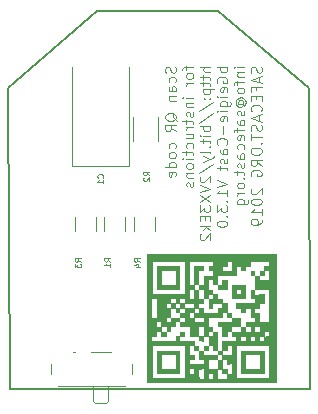
<source format=gbo>
%TF.GenerationSoftware,KiCad,Pcbnew,(6.0.0-rc1-dev-634-gb5e3f6406)*%
%TF.CreationDate,2019-05-27T20:40:42+09:00*%
%TF.ProjectId,xbee,786265652E6B696361645F7063620000,rev?*%
%TF.SameCoordinates,Original*%
%TF.FileFunction,Legend,Bot*%
%TF.FilePolarity,Positive*%
%FSLAX46Y46*%
G04 Gerber Fmt 4.6, Leading zero omitted, Abs format (unit mm)*
G04 Created by KiCad (PCBNEW (6.0.0-rc1-dev-634-gb5e3f6406)) date 2019 May 27, Monday 20:40:42*
%MOMM*%
%LPD*%
G01*
G04 APERTURE LIST*
%ADD10C,0.100000*%
%ADD11C,0.150000*%
%ADD12C,0.010000*%
%ADD13C,0.120000*%
%ADD14C,0.075000*%
%ADD15C,0.070000*%
G04 APERTURE END LIST*
D10*
X149889285Y-94986428D02*
X149932142Y-95115000D01*
X149932142Y-95329285D01*
X149889285Y-95415000D01*
X149846428Y-95457857D01*
X149760714Y-95500714D01*
X149675000Y-95500714D01*
X149589285Y-95457857D01*
X149546428Y-95415000D01*
X149503571Y-95329285D01*
X149460714Y-95157857D01*
X149417857Y-95072142D01*
X149375000Y-95029285D01*
X149289285Y-94986428D01*
X149203571Y-94986428D01*
X149117857Y-95029285D01*
X149075000Y-95072142D01*
X149032142Y-95157857D01*
X149032142Y-95372142D01*
X149075000Y-95500714D01*
X149889285Y-96272142D02*
X149932142Y-96186428D01*
X149932142Y-96015000D01*
X149889285Y-95929285D01*
X149846428Y-95886428D01*
X149760714Y-95843571D01*
X149503571Y-95843571D01*
X149417857Y-95886428D01*
X149375000Y-95929285D01*
X149332142Y-96015000D01*
X149332142Y-96186428D01*
X149375000Y-96272142D01*
X149932142Y-97043571D02*
X149460714Y-97043571D01*
X149375000Y-97000714D01*
X149332142Y-96915000D01*
X149332142Y-96743571D01*
X149375000Y-96657857D01*
X149889285Y-97043571D02*
X149932142Y-96957857D01*
X149932142Y-96743571D01*
X149889285Y-96657857D01*
X149803571Y-96615000D01*
X149717857Y-96615000D01*
X149632142Y-96657857D01*
X149589285Y-96743571D01*
X149589285Y-96957857D01*
X149546428Y-97043571D01*
X149332142Y-97472142D02*
X149932142Y-97472142D01*
X149417857Y-97472142D02*
X149375000Y-97515000D01*
X149332142Y-97600714D01*
X149332142Y-97729285D01*
X149375000Y-97815000D01*
X149460714Y-97857857D01*
X149932142Y-97857857D01*
X150017857Y-99572142D02*
X149975000Y-99486428D01*
X149889285Y-99400714D01*
X149760714Y-99272142D01*
X149717857Y-99186428D01*
X149717857Y-99100714D01*
X149932142Y-99143571D02*
X149889285Y-99057857D01*
X149803571Y-98972142D01*
X149632142Y-98929285D01*
X149332142Y-98929285D01*
X149160714Y-98972142D01*
X149075000Y-99057857D01*
X149032142Y-99143571D01*
X149032142Y-99315000D01*
X149075000Y-99400714D01*
X149160714Y-99486428D01*
X149332142Y-99529285D01*
X149632142Y-99529285D01*
X149803571Y-99486428D01*
X149889285Y-99400714D01*
X149932142Y-99315000D01*
X149932142Y-99143571D01*
X149932142Y-100429285D02*
X149503571Y-100129285D01*
X149932142Y-99915000D02*
X149032142Y-99915000D01*
X149032142Y-100257857D01*
X149075000Y-100343571D01*
X149117857Y-100386428D01*
X149203571Y-100429285D01*
X149332142Y-100429285D01*
X149417857Y-100386428D01*
X149460714Y-100343571D01*
X149503571Y-100257857D01*
X149503571Y-99915000D01*
X149889285Y-101886428D02*
X149932142Y-101800714D01*
X149932142Y-101629285D01*
X149889285Y-101543571D01*
X149846428Y-101500714D01*
X149760714Y-101457857D01*
X149503571Y-101457857D01*
X149417857Y-101500714D01*
X149375000Y-101543571D01*
X149332142Y-101629285D01*
X149332142Y-101800714D01*
X149375000Y-101886428D01*
X149932142Y-102400714D02*
X149889285Y-102315000D01*
X149846428Y-102272142D01*
X149760714Y-102229285D01*
X149503571Y-102229285D01*
X149417857Y-102272142D01*
X149375000Y-102315000D01*
X149332142Y-102400714D01*
X149332142Y-102529285D01*
X149375000Y-102615000D01*
X149417857Y-102657857D01*
X149503571Y-102700714D01*
X149760714Y-102700714D01*
X149846428Y-102657857D01*
X149889285Y-102615000D01*
X149932142Y-102529285D01*
X149932142Y-102400714D01*
X149932142Y-103472142D02*
X149032142Y-103472142D01*
X149889285Y-103472142D02*
X149932142Y-103386428D01*
X149932142Y-103215000D01*
X149889285Y-103129285D01*
X149846428Y-103086428D01*
X149760714Y-103043571D01*
X149503571Y-103043571D01*
X149417857Y-103086428D01*
X149375000Y-103129285D01*
X149332142Y-103215000D01*
X149332142Y-103386428D01*
X149375000Y-103472142D01*
X149889285Y-104243571D02*
X149932142Y-104157857D01*
X149932142Y-103986428D01*
X149889285Y-103900714D01*
X149803571Y-103857857D01*
X149460714Y-103857857D01*
X149375000Y-103900714D01*
X149332142Y-103986428D01*
X149332142Y-104157857D01*
X149375000Y-104243571D01*
X149460714Y-104286428D01*
X149546428Y-104286428D01*
X149632142Y-103857857D01*
X150782142Y-94900714D02*
X150782142Y-95243571D01*
X151382142Y-95029285D02*
X150610714Y-95029285D01*
X150525000Y-95072142D01*
X150482142Y-95157857D01*
X150482142Y-95243571D01*
X151382142Y-95672142D02*
X151339285Y-95586428D01*
X151296428Y-95543571D01*
X151210714Y-95500714D01*
X150953571Y-95500714D01*
X150867857Y-95543571D01*
X150825000Y-95586428D01*
X150782142Y-95672142D01*
X150782142Y-95800714D01*
X150825000Y-95886428D01*
X150867857Y-95929285D01*
X150953571Y-95972142D01*
X151210714Y-95972142D01*
X151296428Y-95929285D01*
X151339285Y-95886428D01*
X151382142Y-95800714D01*
X151382142Y-95672142D01*
X151382142Y-96357857D02*
X150782142Y-96357857D01*
X150953571Y-96357857D02*
X150867857Y-96400714D01*
X150825000Y-96443571D01*
X150782142Y-96529285D01*
X150782142Y-96615000D01*
X151382142Y-97600714D02*
X150782142Y-97600714D01*
X150482142Y-97600714D02*
X150525000Y-97557857D01*
X150567857Y-97600714D01*
X150525000Y-97643571D01*
X150482142Y-97600714D01*
X150567857Y-97600714D01*
X150782142Y-98029285D02*
X151382142Y-98029285D01*
X150867857Y-98029285D02*
X150825000Y-98072142D01*
X150782142Y-98157857D01*
X150782142Y-98286428D01*
X150825000Y-98372142D01*
X150910714Y-98415000D01*
X151382142Y-98415000D01*
X151339285Y-98800714D02*
X151382142Y-98886428D01*
X151382142Y-99057857D01*
X151339285Y-99143571D01*
X151253571Y-99186428D01*
X151210714Y-99186428D01*
X151125000Y-99143571D01*
X151082142Y-99057857D01*
X151082142Y-98929285D01*
X151039285Y-98843571D01*
X150953571Y-98800714D01*
X150910714Y-98800714D01*
X150825000Y-98843571D01*
X150782142Y-98929285D01*
X150782142Y-99057857D01*
X150825000Y-99143571D01*
X150782142Y-99443571D02*
X150782142Y-99786428D01*
X150482142Y-99572142D02*
X151253571Y-99572142D01*
X151339285Y-99615000D01*
X151382142Y-99700714D01*
X151382142Y-99786428D01*
X151382142Y-100086428D02*
X150782142Y-100086428D01*
X150953571Y-100086428D02*
X150867857Y-100129285D01*
X150825000Y-100172142D01*
X150782142Y-100257857D01*
X150782142Y-100343571D01*
X150782142Y-101029285D02*
X151382142Y-101029285D01*
X150782142Y-100643571D02*
X151253571Y-100643571D01*
X151339285Y-100686428D01*
X151382142Y-100772142D01*
X151382142Y-100900714D01*
X151339285Y-100986428D01*
X151296428Y-101029285D01*
X151339285Y-101843571D02*
X151382142Y-101757857D01*
X151382142Y-101586428D01*
X151339285Y-101500714D01*
X151296428Y-101457857D01*
X151210714Y-101415000D01*
X150953571Y-101415000D01*
X150867857Y-101457857D01*
X150825000Y-101500714D01*
X150782142Y-101586428D01*
X150782142Y-101757857D01*
X150825000Y-101843571D01*
X150782142Y-102100714D02*
X150782142Y-102443571D01*
X150482142Y-102229285D02*
X151253571Y-102229285D01*
X151339285Y-102272142D01*
X151382142Y-102357857D01*
X151382142Y-102443571D01*
X151382142Y-102743571D02*
X150782142Y-102743571D01*
X150482142Y-102743571D02*
X150525000Y-102700714D01*
X150567857Y-102743571D01*
X150525000Y-102786428D01*
X150482142Y-102743571D01*
X150567857Y-102743571D01*
X151382142Y-103300714D02*
X151339285Y-103215000D01*
X151296428Y-103172142D01*
X151210714Y-103129285D01*
X150953571Y-103129285D01*
X150867857Y-103172142D01*
X150825000Y-103215000D01*
X150782142Y-103300714D01*
X150782142Y-103429285D01*
X150825000Y-103515000D01*
X150867857Y-103557857D01*
X150953571Y-103600714D01*
X151210714Y-103600714D01*
X151296428Y-103557857D01*
X151339285Y-103515000D01*
X151382142Y-103429285D01*
X151382142Y-103300714D01*
X150782142Y-103986428D02*
X151382142Y-103986428D01*
X150867857Y-103986428D02*
X150825000Y-104029285D01*
X150782142Y-104115000D01*
X150782142Y-104243571D01*
X150825000Y-104329285D01*
X150910714Y-104372142D01*
X151382142Y-104372142D01*
X151339285Y-104757857D02*
X151382142Y-104843571D01*
X151382142Y-105015000D01*
X151339285Y-105100714D01*
X151253571Y-105143571D01*
X151210714Y-105143571D01*
X151125000Y-105100714D01*
X151082142Y-105015000D01*
X151082142Y-104886428D01*
X151039285Y-104800714D01*
X150953571Y-104757857D01*
X150910714Y-104757857D01*
X150825000Y-104800714D01*
X150782142Y-104886428D01*
X150782142Y-105015000D01*
X150825000Y-105100714D01*
X152832142Y-95029285D02*
X151932142Y-95029285D01*
X152832142Y-95415000D02*
X152360714Y-95415000D01*
X152275000Y-95372142D01*
X152232142Y-95286428D01*
X152232142Y-95157857D01*
X152275000Y-95072142D01*
X152317857Y-95029285D01*
X152232142Y-95715000D02*
X152232142Y-96057857D01*
X151932142Y-95843571D02*
X152703571Y-95843571D01*
X152789285Y-95886428D01*
X152832142Y-95972142D01*
X152832142Y-96057857D01*
X152232142Y-96229285D02*
X152232142Y-96572142D01*
X151932142Y-96357857D02*
X152703571Y-96357857D01*
X152789285Y-96400714D01*
X152832142Y-96486428D01*
X152832142Y-96572142D01*
X152232142Y-96872142D02*
X153132142Y-96872142D01*
X152275000Y-96872142D02*
X152232142Y-96957857D01*
X152232142Y-97129285D01*
X152275000Y-97215000D01*
X152317857Y-97257857D01*
X152403571Y-97300714D01*
X152660714Y-97300714D01*
X152746428Y-97257857D01*
X152789285Y-97215000D01*
X152832142Y-97129285D01*
X152832142Y-96957857D01*
X152789285Y-96872142D01*
X152746428Y-97686428D02*
X152789285Y-97729285D01*
X152832142Y-97686428D01*
X152789285Y-97643571D01*
X152746428Y-97686428D01*
X152832142Y-97686428D01*
X152275000Y-97686428D02*
X152317857Y-97729285D01*
X152360714Y-97686428D01*
X152317857Y-97643571D01*
X152275000Y-97686428D01*
X152360714Y-97686428D01*
X151889285Y-98757857D02*
X153046428Y-97986428D01*
X151889285Y-99700714D02*
X153046428Y-98929285D01*
X152832142Y-100000714D02*
X151932142Y-100000714D01*
X152275000Y-100000714D02*
X152232142Y-100086428D01*
X152232142Y-100257857D01*
X152275000Y-100343571D01*
X152317857Y-100386428D01*
X152403571Y-100429285D01*
X152660714Y-100429285D01*
X152746428Y-100386428D01*
X152789285Y-100343571D01*
X152832142Y-100257857D01*
X152832142Y-100086428D01*
X152789285Y-100000714D01*
X152832142Y-100815000D02*
X152232142Y-100815000D01*
X151932142Y-100815000D02*
X151975000Y-100772142D01*
X152017857Y-100815000D01*
X151975000Y-100857857D01*
X151932142Y-100815000D01*
X152017857Y-100815000D01*
X152232142Y-101115000D02*
X152232142Y-101457857D01*
X151932142Y-101243571D02*
X152703571Y-101243571D01*
X152789285Y-101286428D01*
X152832142Y-101372142D01*
X152832142Y-101457857D01*
X152746428Y-101757857D02*
X152789285Y-101800714D01*
X152832142Y-101757857D01*
X152789285Y-101715000D01*
X152746428Y-101757857D01*
X152832142Y-101757857D01*
X152832142Y-102315000D02*
X152789285Y-102229285D01*
X152703571Y-102186428D01*
X151932142Y-102186428D01*
X152232142Y-102572142D02*
X152832142Y-102786428D01*
X152232142Y-103000714D02*
X152832142Y-102786428D01*
X153046428Y-102700714D01*
X153089285Y-102657857D01*
X153132142Y-102572142D01*
X151889285Y-103986428D02*
X153046428Y-103215000D01*
X152017857Y-104243571D02*
X151975000Y-104286428D01*
X151932142Y-104372142D01*
X151932142Y-104586428D01*
X151975000Y-104672142D01*
X152017857Y-104715000D01*
X152103571Y-104757857D01*
X152189285Y-104757857D01*
X152317857Y-104715000D01*
X152832142Y-104200714D01*
X152832142Y-104757857D01*
X151932142Y-105015000D02*
X152832142Y-105315000D01*
X151932142Y-105615000D01*
X151932142Y-105829285D02*
X152832142Y-106429285D01*
X151932142Y-106429285D02*
X152832142Y-105829285D01*
X151932142Y-106686428D02*
X151932142Y-107243571D01*
X152275000Y-106943571D01*
X152275000Y-107072142D01*
X152317857Y-107157857D01*
X152360714Y-107200714D01*
X152446428Y-107243571D01*
X152660714Y-107243571D01*
X152746428Y-107200714D01*
X152789285Y-107157857D01*
X152832142Y-107072142D01*
X152832142Y-106815000D01*
X152789285Y-106729285D01*
X152746428Y-106686428D01*
X152360714Y-107629285D02*
X152360714Y-107929285D01*
X152832142Y-108057857D02*
X152832142Y-107629285D01*
X151932142Y-107629285D01*
X151932142Y-108057857D01*
X152832142Y-108443571D02*
X151932142Y-108443571D01*
X152489285Y-108529285D02*
X152832142Y-108786428D01*
X152232142Y-108786428D02*
X152575000Y-108443571D01*
X152017857Y-109129285D02*
X151975000Y-109172142D01*
X151932142Y-109257857D01*
X151932142Y-109472142D01*
X151975000Y-109557857D01*
X152017857Y-109600714D01*
X152103571Y-109643571D01*
X152189285Y-109643571D01*
X152317857Y-109600714D01*
X152832142Y-109086428D01*
X152832142Y-109643571D01*
X154282142Y-95029285D02*
X153382142Y-95029285D01*
X153725000Y-95029285D02*
X153682142Y-95115000D01*
X153682142Y-95286428D01*
X153725000Y-95372142D01*
X153767857Y-95415000D01*
X153853571Y-95457857D01*
X154110714Y-95457857D01*
X154196428Y-95415000D01*
X154239285Y-95372142D01*
X154282142Y-95286428D01*
X154282142Y-95115000D01*
X154239285Y-95029285D01*
X153425000Y-96315000D02*
X153382142Y-96229285D01*
X153382142Y-96100714D01*
X153425000Y-95972142D01*
X153510714Y-95886428D01*
X153596428Y-95843571D01*
X153767857Y-95800714D01*
X153896428Y-95800714D01*
X154067857Y-95843571D01*
X154153571Y-95886428D01*
X154239285Y-95972142D01*
X154282142Y-96100714D01*
X154282142Y-96186428D01*
X154239285Y-96315000D01*
X154196428Y-96357857D01*
X153896428Y-96357857D01*
X153896428Y-96186428D01*
X154239285Y-97086428D02*
X154282142Y-97000714D01*
X154282142Y-96829285D01*
X154239285Y-96743571D01*
X154153571Y-96700714D01*
X153810714Y-96700714D01*
X153725000Y-96743571D01*
X153682142Y-96829285D01*
X153682142Y-97000714D01*
X153725000Y-97086428D01*
X153810714Y-97129285D01*
X153896428Y-97129285D01*
X153982142Y-96700714D01*
X154282142Y-97515000D02*
X153682142Y-97515000D01*
X153382142Y-97515000D02*
X153425000Y-97472142D01*
X153467857Y-97515000D01*
X153425000Y-97557857D01*
X153382142Y-97515000D01*
X153467857Y-97515000D01*
X153682142Y-98329285D02*
X154410714Y-98329285D01*
X154496428Y-98286428D01*
X154539285Y-98243571D01*
X154582142Y-98157857D01*
X154582142Y-98029285D01*
X154539285Y-97943571D01*
X154239285Y-98329285D02*
X154282142Y-98243571D01*
X154282142Y-98072142D01*
X154239285Y-97986428D01*
X154196428Y-97943571D01*
X154110714Y-97900714D01*
X153853571Y-97900714D01*
X153767857Y-97943571D01*
X153725000Y-97986428D01*
X153682142Y-98072142D01*
X153682142Y-98243571D01*
X153725000Y-98329285D01*
X154282142Y-98757857D02*
X153682142Y-98757857D01*
X153382142Y-98757857D02*
X153425000Y-98715000D01*
X153467857Y-98757857D01*
X153425000Y-98800714D01*
X153382142Y-98757857D01*
X153467857Y-98757857D01*
X154239285Y-99529285D02*
X154282142Y-99443571D01*
X154282142Y-99272142D01*
X154239285Y-99186428D01*
X154153571Y-99143571D01*
X153810714Y-99143571D01*
X153725000Y-99186428D01*
X153682142Y-99272142D01*
X153682142Y-99443571D01*
X153725000Y-99529285D01*
X153810714Y-99572142D01*
X153896428Y-99572142D01*
X153982142Y-99143571D01*
X153939285Y-99957857D02*
X153939285Y-100643571D01*
X154196428Y-101586428D02*
X154239285Y-101543571D01*
X154282142Y-101415000D01*
X154282142Y-101329285D01*
X154239285Y-101200714D01*
X154153571Y-101115000D01*
X154067857Y-101072142D01*
X153896428Y-101029285D01*
X153767857Y-101029285D01*
X153596428Y-101072142D01*
X153510714Y-101115000D01*
X153425000Y-101200714D01*
X153382142Y-101329285D01*
X153382142Y-101415000D01*
X153425000Y-101543571D01*
X153467857Y-101586428D01*
X154282142Y-102357857D02*
X153810714Y-102357857D01*
X153725000Y-102315000D01*
X153682142Y-102229285D01*
X153682142Y-102057857D01*
X153725000Y-101972142D01*
X154239285Y-102357857D02*
X154282142Y-102272142D01*
X154282142Y-102057857D01*
X154239285Y-101972142D01*
X154153571Y-101929285D01*
X154067857Y-101929285D01*
X153982142Y-101972142D01*
X153939285Y-102057857D01*
X153939285Y-102272142D01*
X153896428Y-102357857D01*
X154239285Y-102743571D02*
X154282142Y-102829285D01*
X154282142Y-103000714D01*
X154239285Y-103086428D01*
X154153571Y-103129285D01*
X154110714Y-103129285D01*
X154025000Y-103086428D01*
X153982142Y-103000714D01*
X153982142Y-102872142D01*
X153939285Y-102786428D01*
X153853571Y-102743571D01*
X153810714Y-102743571D01*
X153725000Y-102786428D01*
X153682142Y-102872142D01*
X153682142Y-103000714D01*
X153725000Y-103086428D01*
X153682142Y-103386428D02*
X153682142Y-103729285D01*
X153382142Y-103515000D02*
X154153571Y-103515000D01*
X154239285Y-103557857D01*
X154282142Y-103643571D01*
X154282142Y-103729285D01*
X153382142Y-104586428D02*
X154282142Y-104886428D01*
X153382142Y-105186428D01*
X154282142Y-105957857D02*
X154282142Y-105443571D01*
X154282142Y-105700714D02*
X153382142Y-105700714D01*
X153510714Y-105615000D01*
X153596428Y-105529285D01*
X153639285Y-105443571D01*
X154196428Y-106343571D02*
X154239285Y-106386428D01*
X154282142Y-106343571D01*
X154239285Y-106300714D01*
X154196428Y-106343571D01*
X154282142Y-106343571D01*
X153382142Y-106686428D02*
X153382142Y-107243571D01*
X153725000Y-106943571D01*
X153725000Y-107072142D01*
X153767857Y-107157857D01*
X153810714Y-107200714D01*
X153896428Y-107243571D01*
X154110714Y-107243571D01*
X154196428Y-107200714D01*
X154239285Y-107157857D01*
X154282142Y-107072142D01*
X154282142Y-106815000D01*
X154239285Y-106729285D01*
X154196428Y-106686428D01*
X154196428Y-107629285D02*
X154239285Y-107672142D01*
X154282142Y-107629285D01*
X154239285Y-107586428D01*
X154196428Y-107629285D01*
X154282142Y-107629285D01*
X153382142Y-108229285D02*
X153382142Y-108315000D01*
X153425000Y-108400714D01*
X153467857Y-108443571D01*
X153553571Y-108486428D01*
X153725000Y-108529285D01*
X153939285Y-108529285D01*
X154110714Y-108486428D01*
X154196428Y-108443571D01*
X154239285Y-108400714D01*
X154282142Y-108315000D01*
X154282142Y-108229285D01*
X154239285Y-108143571D01*
X154196428Y-108100714D01*
X154110714Y-108057857D01*
X153939285Y-108015000D01*
X153725000Y-108015000D01*
X153553571Y-108057857D01*
X153467857Y-108100714D01*
X153425000Y-108143571D01*
X153382142Y-108229285D01*
X155732142Y-95029285D02*
X155132142Y-95029285D01*
X154832142Y-95029285D02*
X154875000Y-94986428D01*
X154917857Y-95029285D01*
X154875000Y-95072142D01*
X154832142Y-95029285D01*
X154917857Y-95029285D01*
X155132142Y-95457857D02*
X155732142Y-95457857D01*
X155217857Y-95457857D02*
X155175000Y-95500714D01*
X155132142Y-95586428D01*
X155132142Y-95715000D01*
X155175000Y-95800714D01*
X155260714Y-95843571D01*
X155732142Y-95843571D01*
X155132142Y-96143571D02*
X155132142Y-96486428D01*
X155732142Y-96272142D02*
X154960714Y-96272142D01*
X154875000Y-96315000D01*
X154832142Y-96400714D01*
X154832142Y-96486428D01*
X155732142Y-96915000D02*
X155689285Y-96829285D01*
X155646428Y-96786428D01*
X155560714Y-96743571D01*
X155303571Y-96743571D01*
X155217857Y-96786428D01*
X155175000Y-96829285D01*
X155132142Y-96915000D01*
X155132142Y-97043571D01*
X155175000Y-97129285D01*
X155217857Y-97172142D01*
X155303571Y-97215000D01*
X155560714Y-97215000D01*
X155646428Y-97172142D01*
X155689285Y-97129285D01*
X155732142Y-97043571D01*
X155732142Y-96915000D01*
X155303571Y-98157857D02*
X155260714Y-98115000D01*
X155217857Y-98029285D01*
X155217857Y-97943571D01*
X155260714Y-97857857D01*
X155303571Y-97815000D01*
X155389285Y-97772142D01*
X155475000Y-97772142D01*
X155560714Y-97815000D01*
X155603571Y-97857857D01*
X155646428Y-97943571D01*
X155646428Y-98029285D01*
X155603571Y-98115000D01*
X155560714Y-98157857D01*
X155217857Y-98157857D02*
X155560714Y-98157857D01*
X155603571Y-98200714D01*
X155603571Y-98243571D01*
X155560714Y-98329285D01*
X155475000Y-98372142D01*
X155260714Y-98372142D01*
X155132142Y-98286428D01*
X155046428Y-98157857D01*
X155003571Y-97986428D01*
X155046428Y-97815000D01*
X155132142Y-97686428D01*
X155260714Y-97600714D01*
X155432142Y-97557857D01*
X155603571Y-97600714D01*
X155732142Y-97686428D01*
X155817857Y-97815000D01*
X155860714Y-97986428D01*
X155817857Y-98157857D01*
X155732142Y-98286428D01*
X155689285Y-98715000D02*
X155732142Y-98800714D01*
X155732142Y-98972142D01*
X155689285Y-99057857D01*
X155603571Y-99100714D01*
X155560714Y-99100714D01*
X155475000Y-99057857D01*
X155432142Y-98972142D01*
X155432142Y-98843571D01*
X155389285Y-98757857D01*
X155303571Y-98715000D01*
X155260714Y-98715000D01*
X155175000Y-98757857D01*
X155132142Y-98843571D01*
X155132142Y-98972142D01*
X155175000Y-99057857D01*
X155732142Y-99872142D02*
X155260714Y-99872142D01*
X155175000Y-99829285D01*
X155132142Y-99743571D01*
X155132142Y-99572142D01*
X155175000Y-99486428D01*
X155689285Y-99872142D02*
X155732142Y-99786428D01*
X155732142Y-99572142D01*
X155689285Y-99486428D01*
X155603571Y-99443571D01*
X155517857Y-99443571D01*
X155432142Y-99486428D01*
X155389285Y-99572142D01*
X155389285Y-99786428D01*
X155346428Y-99872142D01*
X155132142Y-100172142D02*
X155132142Y-100515000D01*
X155732142Y-100300714D02*
X154960714Y-100300714D01*
X154875000Y-100343571D01*
X154832142Y-100429285D01*
X154832142Y-100515000D01*
X155689285Y-101157857D02*
X155732142Y-101072142D01*
X155732142Y-100900714D01*
X155689285Y-100815000D01*
X155603571Y-100772142D01*
X155260714Y-100772142D01*
X155175000Y-100815000D01*
X155132142Y-100900714D01*
X155132142Y-101072142D01*
X155175000Y-101157857D01*
X155260714Y-101200714D01*
X155346428Y-101200714D01*
X155432142Y-100772142D01*
X155689285Y-101972142D02*
X155732142Y-101886428D01*
X155732142Y-101715000D01*
X155689285Y-101629285D01*
X155646428Y-101586428D01*
X155560714Y-101543571D01*
X155303571Y-101543571D01*
X155217857Y-101586428D01*
X155175000Y-101629285D01*
X155132142Y-101715000D01*
X155132142Y-101886428D01*
X155175000Y-101972142D01*
X155732142Y-102743571D02*
X155260714Y-102743571D01*
X155175000Y-102700714D01*
X155132142Y-102615000D01*
X155132142Y-102443571D01*
X155175000Y-102357857D01*
X155689285Y-102743571D02*
X155732142Y-102657857D01*
X155732142Y-102443571D01*
X155689285Y-102357857D01*
X155603571Y-102315000D01*
X155517857Y-102315000D01*
X155432142Y-102357857D01*
X155389285Y-102443571D01*
X155389285Y-102657857D01*
X155346428Y-102743571D01*
X155689285Y-103129285D02*
X155732142Y-103215000D01*
X155732142Y-103386428D01*
X155689285Y-103472142D01*
X155603571Y-103515000D01*
X155560714Y-103515000D01*
X155475000Y-103472142D01*
X155432142Y-103386428D01*
X155432142Y-103257857D01*
X155389285Y-103172142D01*
X155303571Y-103129285D01*
X155260714Y-103129285D01*
X155175000Y-103172142D01*
X155132142Y-103257857D01*
X155132142Y-103386428D01*
X155175000Y-103472142D01*
X155132142Y-103772142D02*
X155132142Y-104115000D01*
X154832142Y-103900714D02*
X155603571Y-103900714D01*
X155689285Y-103943571D01*
X155732142Y-104029285D01*
X155732142Y-104115000D01*
X155646428Y-104415000D02*
X155689285Y-104457857D01*
X155732142Y-104415000D01*
X155689285Y-104372142D01*
X155646428Y-104415000D01*
X155732142Y-104415000D01*
X155732142Y-104972142D02*
X155689285Y-104886428D01*
X155646428Y-104843571D01*
X155560714Y-104800714D01*
X155303571Y-104800714D01*
X155217857Y-104843571D01*
X155175000Y-104886428D01*
X155132142Y-104972142D01*
X155132142Y-105100714D01*
X155175000Y-105186428D01*
X155217857Y-105229285D01*
X155303571Y-105272142D01*
X155560714Y-105272142D01*
X155646428Y-105229285D01*
X155689285Y-105186428D01*
X155732142Y-105100714D01*
X155732142Y-104972142D01*
X155732142Y-105657857D02*
X155132142Y-105657857D01*
X155303571Y-105657857D02*
X155217857Y-105700714D01*
X155175000Y-105743571D01*
X155132142Y-105829285D01*
X155132142Y-105915000D01*
X155132142Y-106600714D02*
X155860714Y-106600714D01*
X155946428Y-106557857D01*
X155989285Y-106515000D01*
X156032142Y-106429285D01*
X156032142Y-106300714D01*
X155989285Y-106215000D01*
X155689285Y-106600714D02*
X155732142Y-106515000D01*
X155732142Y-106343571D01*
X155689285Y-106257857D01*
X155646428Y-106215000D01*
X155560714Y-106172142D01*
X155303571Y-106172142D01*
X155217857Y-106215000D01*
X155175000Y-106257857D01*
X155132142Y-106343571D01*
X155132142Y-106515000D01*
X155175000Y-106600714D01*
X157139285Y-94986428D02*
X157182142Y-95115000D01*
X157182142Y-95329285D01*
X157139285Y-95415000D01*
X157096428Y-95457857D01*
X157010714Y-95500714D01*
X156925000Y-95500714D01*
X156839285Y-95457857D01*
X156796428Y-95415000D01*
X156753571Y-95329285D01*
X156710714Y-95157857D01*
X156667857Y-95072142D01*
X156625000Y-95029285D01*
X156539285Y-94986428D01*
X156453571Y-94986428D01*
X156367857Y-95029285D01*
X156325000Y-95072142D01*
X156282142Y-95157857D01*
X156282142Y-95372142D01*
X156325000Y-95500714D01*
X156925000Y-95843571D02*
X156925000Y-96272142D01*
X157182142Y-95757857D02*
X156282142Y-96057857D01*
X157182142Y-96357857D01*
X156710714Y-96957857D02*
X156710714Y-96657857D01*
X157182142Y-96657857D02*
X156282142Y-96657857D01*
X156282142Y-97086428D01*
X156710714Y-97429285D02*
X156710714Y-97729285D01*
X157182142Y-97857857D02*
X157182142Y-97429285D01*
X156282142Y-97429285D01*
X156282142Y-97857857D01*
X157096428Y-98757857D02*
X157139285Y-98715000D01*
X157182142Y-98586428D01*
X157182142Y-98500714D01*
X157139285Y-98372142D01*
X157053571Y-98286428D01*
X156967857Y-98243571D01*
X156796428Y-98200714D01*
X156667857Y-98200714D01*
X156496428Y-98243571D01*
X156410714Y-98286428D01*
X156325000Y-98372142D01*
X156282142Y-98500714D01*
X156282142Y-98586428D01*
X156325000Y-98715000D01*
X156367857Y-98757857D01*
X156925000Y-99100714D02*
X156925000Y-99529285D01*
X157182142Y-99015000D02*
X156282142Y-99315000D01*
X157182142Y-99615000D01*
X157139285Y-99872142D02*
X157182142Y-100000714D01*
X157182142Y-100215000D01*
X157139285Y-100300714D01*
X157096428Y-100343571D01*
X157010714Y-100386428D01*
X156925000Y-100386428D01*
X156839285Y-100343571D01*
X156796428Y-100300714D01*
X156753571Y-100215000D01*
X156710714Y-100043571D01*
X156667857Y-99957857D01*
X156625000Y-99915000D01*
X156539285Y-99872142D01*
X156453571Y-99872142D01*
X156367857Y-99915000D01*
X156325000Y-99957857D01*
X156282142Y-100043571D01*
X156282142Y-100257857D01*
X156325000Y-100386428D01*
X156282142Y-100643571D02*
X156282142Y-101157857D01*
X157182142Y-100900714D02*
X156282142Y-100900714D01*
X157096428Y-101457857D02*
X157139285Y-101500714D01*
X157182142Y-101457857D01*
X157139285Y-101415000D01*
X157096428Y-101457857D01*
X157182142Y-101457857D01*
X156282142Y-102057857D02*
X156282142Y-102229285D01*
X156325000Y-102315000D01*
X156410714Y-102400714D01*
X156582142Y-102443571D01*
X156882142Y-102443571D01*
X157053571Y-102400714D01*
X157139285Y-102315000D01*
X157182142Y-102229285D01*
X157182142Y-102057857D01*
X157139285Y-101972142D01*
X157053571Y-101886428D01*
X156882142Y-101843571D01*
X156582142Y-101843571D01*
X156410714Y-101886428D01*
X156325000Y-101972142D01*
X156282142Y-102057857D01*
X157182142Y-103343571D02*
X156753571Y-103043571D01*
X157182142Y-102829285D02*
X156282142Y-102829285D01*
X156282142Y-103172142D01*
X156325000Y-103257857D01*
X156367857Y-103300714D01*
X156453571Y-103343571D01*
X156582142Y-103343571D01*
X156667857Y-103300714D01*
X156710714Y-103257857D01*
X156753571Y-103172142D01*
X156753571Y-102829285D01*
X156325000Y-104200714D02*
X156282142Y-104115000D01*
X156282142Y-103986428D01*
X156325000Y-103857857D01*
X156410714Y-103772142D01*
X156496428Y-103729285D01*
X156667857Y-103686428D01*
X156796428Y-103686428D01*
X156967857Y-103729285D01*
X157053571Y-103772142D01*
X157139285Y-103857857D01*
X157182142Y-103986428D01*
X157182142Y-104072142D01*
X157139285Y-104200714D01*
X157096428Y-104243571D01*
X156796428Y-104243571D01*
X156796428Y-104072142D01*
X156367857Y-105272142D02*
X156325000Y-105315000D01*
X156282142Y-105400714D01*
X156282142Y-105615000D01*
X156325000Y-105700714D01*
X156367857Y-105743571D01*
X156453571Y-105786428D01*
X156539285Y-105786428D01*
X156667857Y-105743571D01*
X157182142Y-105229285D01*
X157182142Y-105786428D01*
X156282142Y-106343571D02*
X156282142Y-106429285D01*
X156325000Y-106515000D01*
X156367857Y-106557857D01*
X156453571Y-106600714D01*
X156625000Y-106643571D01*
X156839285Y-106643571D01*
X157010714Y-106600714D01*
X157096428Y-106557857D01*
X157139285Y-106515000D01*
X157182142Y-106429285D01*
X157182142Y-106343571D01*
X157139285Y-106257857D01*
X157096428Y-106215000D01*
X157010714Y-106172142D01*
X156839285Y-106129285D01*
X156625000Y-106129285D01*
X156453571Y-106172142D01*
X156367857Y-106215000D01*
X156325000Y-106257857D01*
X156282142Y-106343571D01*
X157182142Y-107500714D02*
X157182142Y-106986428D01*
X157182142Y-107243571D02*
X156282142Y-107243571D01*
X156410714Y-107157857D01*
X156496428Y-107072142D01*
X156539285Y-106986428D01*
X157182142Y-107929285D02*
X157182142Y-108100714D01*
X157139285Y-108186428D01*
X157096428Y-108229285D01*
X156967857Y-108315000D01*
X156796428Y-108357857D01*
X156453571Y-108357857D01*
X156367857Y-108315000D01*
X156325000Y-108272142D01*
X156282142Y-108186428D01*
X156282142Y-108015000D01*
X156325000Y-107929285D01*
X156367857Y-107886428D01*
X156453571Y-107843571D01*
X156667857Y-107843571D01*
X156753571Y-107886428D01*
X156796428Y-107929285D01*
X156839285Y-108015000D01*
X156839285Y-108186428D01*
X156796428Y-108272142D01*
X156753571Y-108315000D01*
X156667857Y-108357857D01*
D11*
X143250000Y-90250000D02*
X153500000Y-90250000D01*
X135750000Y-96750000D02*
X143250000Y-90250000D01*
X135750000Y-96750000D02*
X135850000Y-122250000D01*
X153500000Y-90250000D02*
X161201100Y-96750000D01*
X161201100Y-96750000D02*
X161250000Y-122250000D01*
X161250000Y-122250000D02*
X135850000Y-122250000D01*
D12*
G36*
X158392857Y-110843429D02*
X147507143Y-110843429D01*
X147507143Y-114254286D01*
X147870000Y-114254286D01*
X147870000Y-111424000D01*
X150700285Y-111424000D01*
X150700285Y-114254286D01*
X147870000Y-114254286D01*
X147507143Y-114254286D01*
X147507143Y-116213714D01*
X147833714Y-116213714D01*
X147833714Y-114580857D01*
X148305428Y-114580857D01*
X148305428Y-116213714D01*
X147833714Y-116213714D01*
X147507143Y-116213714D01*
X147507143Y-118209429D01*
X147833714Y-118209429D01*
X147833714Y-117774000D01*
X148275588Y-117774000D01*
X148251000Y-117343662D01*
X148668378Y-117356714D01*
X148668332Y-117184357D01*
X148668285Y-117012000D01*
X148269142Y-117012000D01*
X148269142Y-116540286D01*
X148704571Y-116540286D01*
X148704571Y-116939429D01*
X149140000Y-116939429D01*
X149140000Y-117338571D01*
X149426493Y-117338571D01*
X149437461Y-117148071D01*
X149448428Y-116957571D01*
X149638928Y-116946604D01*
X149829428Y-116935636D01*
X149829428Y-116540286D01*
X150228571Y-116540286D01*
X150228571Y-116213714D01*
X149502857Y-116213714D01*
X149502857Y-116612857D01*
X149067428Y-116612857D01*
X149067428Y-116177429D01*
X149430285Y-116177429D01*
X149430285Y-115408425D01*
X149248834Y-115420998D01*
X149067383Y-115433572D01*
X149067406Y-115206786D01*
X149067428Y-114980000D01*
X149430285Y-114980000D01*
X149430285Y-114580857D01*
X149902000Y-114580857D01*
X149902000Y-114980000D01*
X150228571Y-114980000D01*
X150228571Y-114580857D01*
X150700285Y-114580857D01*
X150700285Y-114980000D01*
X151462285Y-114980000D01*
X151462285Y-115379143D01*
X151825143Y-115379143D01*
X151825143Y-114980000D01*
X152224285Y-114980000D01*
X152224285Y-114617143D01*
X151825143Y-114617143D01*
X151825143Y-113855143D01*
X151462285Y-113855143D01*
X151462285Y-114617143D01*
X151026857Y-114617143D01*
X151026857Y-113782572D01*
X151426000Y-113782572D01*
X151426000Y-113456000D01*
X151026857Y-113456000D01*
X151026857Y-111387714D01*
X153058857Y-111387714D01*
X153058857Y-111859429D01*
X152696000Y-111859429D01*
X152696000Y-112222286D01*
X153058857Y-112222286D01*
X153058857Y-112276714D01*
X153802714Y-112276714D01*
X153802714Y-111801682D01*
X154011357Y-111816773D01*
X154220000Y-111831865D01*
X154220000Y-111387714D01*
X154655428Y-111387714D01*
X154655332Y-112276714D01*
X153802714Y-112276714D01*
X153058857Y-112276714D01*
X153058857Y-112657714D01*
X152296857Y-112657714D01*
X152296857Y-113456000D01*
X151861428Y-113456000D01*
X151861428Y-113782572D01*
X152296857Y-113782572D01*
X152296857Y-114580857D01*
X152623428Y-114580857D01*
X152623428Y-114181714D01*
X152986285Y-114181714D01*
X152986285Y-113855143D01*
X152623428Y-113855143D01*
X152623428Y-112984286D01*
X153058857Y-112984286D01*
X153058857Y-113383429D01*
X153385428Y-113383429D01*
X153385428Y-112621429D01*
X154982000Y-112621429D01*
X154982000Y-111823143D01*
X155453714Y-111823143D01*
X155453714Y-112222286D01*
X155780285Y-112222286D01*
X155780285Y-111823143D01*
X156179428Y-111823143D01*
X156179428Y-111387714D01*
X157848571Y-111387714D01*
X157848571Y-111859429D01*
X157413143Y-111859429D01*
X157413143Y-112222286D01*
X157848571Y-112222286D01*
X157848571Y-113056857D01*
X157404071Y-113056907D01*
X156959571Y-113056956D01*
X156972001Y-112857335D01*
X156984430Y-112657714D01*
X156614857Y-112657714D01*
X156614857Y-113782572D01*
X157848571Y-113782572D01*
X157848571Y-116612857D01*
X156977714Y-116612857D01*
X156974490Y-116404214D01*
X156973730Y-116249013D01*
X156975440Y-116090277D01*
X156977180Y-116023214D01*
X156983094Y-115850857D01*
X156578571Y-115850857D01*
X156578571Y-115379143D01*
X156977714Y-115379143D01*
X156977714Y-114980000D01*
X157376857Y-114980000D01*
X157376931Y-114608072D01*
X157377005Y-114236143D01*
X156578571Y-114258813D01*
X156578571Y-113855143D01*
X156252000Y-113855143D01*
X156252000Y-114580857D01*
X156614857Y-114580857D01*
X156614857Y-115016286D01*
X155054571Y-115016286D01*
X155054571Y-115379143D01*
X155453714Y-115379143D01*
X155453714Y-115778286D01*
X155780285Y-115778286D01*
X155780285Y-115379143D01*
X156252000Y-115379143D01*
X156252000Y-116177429D01*
X156614857Y-116177429D01*
X156614857Y-116612857D01*
X155852857Y-116612857D01*
X155852857Y-116939429D01*
X156252000Y-116939429D01*
X156252000Y-117411143D01*
X156578571Y-117411143D01*
X156578571Y-116939429D01*
X157014000Y-116939429D01*
X157014000Y-117411143D01*
X156578571Y-117411143D01*
X156252000Y-117411143D01*
X155780285Y-117411143D01*
X155780285Y-117012000D01*
X155453714Y-117012000D01*
X155453714Y-117411143D01*
X154655428Y-117411143D01*
X154655428Y-117774000D01*
X155054571Y-117774000D01*
X155054571Y-118209429D01*
X155381142Y-118209429D01*
X155381142Y-117774000D01*
X155852857Y-117774000D01*
X155852857Y-118209429D01*
X156179428Y-118209429D01*
X156179428Y-117774000D01*
X156614857Y-117774000D01*
X156614857Y-118209429D01*
X156179428Y-118209429D01*
X155852857Y-118209429D01*
X155381142Y-118209429D01*
X155054571Y-118209429D01*
X155054571Y-118209581D01*
X156959571Y-118209581D01*
X156971278Y-117982719D01*
X156982986Y-117755857D01*
X157179921Y-117768287D01*
X157376857Y-117780717D01*
X157376857Y-117583834D01*
X157381150Y-117469723D01*
X157392183Y-117387221D01*
X157401940Y-117361869D01*
X157449190Y-117349359D01*
X157545582Y-117342871D01*
X157639387Y-117343157D01*
X157851750Y-117349530D01*
X157841089Y-117570836D01*
X157830428Y-117792143D01*
X157618538Y-117803122D01*
X157406647Y-117814101D01*
X157418966Y-118011814D01*
X157431285Y-118209528D01*
X157195428Y-118209554D01*
X156959571Y-118209581D01*
X155054571Y-118209581D01*
X155054571Y-118212814D01*
X154455808Y-118202050D01*
X153857046Y-118191286D01*
X153857094Y-118563214D01*
X153857142Y-118935143D01*
X154220000Y-118935143D01*
X154220000Y-118536000D01*
X154655428Y-118536000D01*
X154655428Y-119406857D01*
X153857142Y-119406857D01*
X153857142Y-119733429D01*
X154256285Y-119733429D01*
X154256236Y-119923929D01*
X154256186Y-120114429D01*
X154655428Y-120089569D01*
X154655478Y-120537428D01*
X154655527Y-120985286D01*
X154260101Y-120960648D01*
X154249122Y-121172538D01*
X154239083Y-121366286D01*
X154982000Y-121366286D01*
X154982000Y-118536000D01*
X157812285Y-118536000D01*
X157812285Y-121366286D01*
X154982000Y-121366286D01*
X154239083Y-121366286D01*
X154238142Y-121384429D01*
X153403571Y-121384429D01*
X153393311Y-120976214D01*
X153383051Y-120568000D01*
X152623428Y-120568000D01*
X152623428Y-119733429D01*
X153385428Y-119733429D01*
X153385428Y-119406857D01*
X152224285Y-119406857D01*
X152224285Y-119007714D01*
X151866161Y-119007714D01*
X151866161Y-119733429D01*
X152296857Y-119733429D01*
X152296857Y-120168857D01*
X151026857Y-120168857D01*
X151026857Y-119733429D01*
X151426000Y-119733429D01*
X151426000Y-119406857D01*
X151026857Y-119406857D01*
X151026857Y-118536000D01*
X151426000Y-118536000D01*
X151426000Y-118209429D01*
X150228571Y-118209429D01*
X150228571Y-117810286D01*
X149902000Y-117810286D01*
X149902000Y-118209429D01*
X147833714Y-118209429D01*
X147507143Y-118209429D01*
X147507143Y-121366286D01*
X147870000Y-121366286D01*
X147870000Y-118536000D01*
X150700285Y-118536000D01*
X150700285Y-120985286D01*
X151026857Y-120985286D01*
X151026857Y-120513571D01*
X151480428Y-120513571D01*
X151480428Y-120535404D01*
X151822871Y-120535404D01*
X152032650Y-120524488D01*
X152150827Y-120520371D01*
X152238336Y-120521073D01*
X152269643Y-120524784D01*
X152280181Y-120563259D01*
X152288819Y-120659784D01*
X152294673Y-120799845D01*
X152296856Y-120968926D01*
X152296857Y-120971016D01*
X152296857Y-121402572D01*
X152623428Y-121402572D01*
X152623428Y-120930857D01*
X153058857Y-120930857D01*
X153058857Y-121402572D01*
X152623428Y-121402572D01*
X152296857Y-121402572D01*
X152296857Y-121406034D01*
X152070071Y-121395232D01*
X151843285Y-121384429D01*
X151833078Y-120959916D01*
X151822871Y-120535404D01*
X151480428Y-120535404D01*
X151480428Y-120985286D01*
X151026857Y-120985286D01*
X150700285Y-120985286D01*
X150700285Y-121366286D01*
X147870000Y-121366286D01*
X147507143Y-121366286D01*
X147507143Y-121656571D01*
X158392857Y-121656571D01*
X158392857Y-110843429D01*
G37*
X158392857Y-110843429D02*
X147507143Y-110843429D01*
X147507143Y-114254286D01*
X147870000Y-114254286D01*
X147870000Y-111424000D01*
X150700285Y-111424000D01*
X150700285Y-114254286D01*
X147870000Y-114254286D01*
X147507143Y-114254286D01*
X147507143Y-116213714D01*
X147833714Y-116213714D01*
X147833714Y-114580857D01*
X148305428Y-114580857D01*
X148305428Y-116213714D01*
X147833714Y-116213714D01*
X147507143Y-116213714D01*
X147507143Y-118209429D01*
X147833714Y-118209429D01*
X147833714Y-117774000D01*
X148275588Y-117774000D01*
X148251000Y-117343662D01*
X148668378Y-117356714D01*
X148668332Y-117184357D01*
X148668285Y-117012000D01*
X148269142Y-117012000D01*
X148269142Y-116540286D01*
X148704571Y-116540286D01*
X148704571Y-116939429D01*
X149140000Y-116939429D01*
X149140000Y-117338571D01*
X149426493Y-117338571D01*
X149437461Y-117148071D01*
X149448428Y-116957571D01*
X149638928Y-116946604D01*
X149829428Y-116935636D01*
X149829428Y-116540286D01*
X150228571Y-116540286D01*
X150228571Y-116213714D01*
X149502857Y-116213714D01*
X149502857Y-116612857D01*
X149067428Y-116612857D01*
X149067428Y-116177429D01*
X149430285Y-116177429D01*
X149430285Y-115408425D01*
X149248834Y-115420998D01*
X149067383Y-115433572D01*
X149067406Y-115206786D01*
X149067428Y-114980000D01*
X149430285Y-114980000D01*
X149430285Y-114580857D01*
X149902000Y-114580857D01*
X149902000Y-114980000D01*
X150228571Y-114980000D01*
X150228571Y-114580857D01*
X150700285Y-114580857D01*
X150700285Y-114980000D01*
X151462285Y-114980000D01*
X151462285Y-115379143D01*
X151825143Y-115379143D01*
X151825143Y-114980000D01*
X152224285Y-114980000D01*
X152224285Y-114617143D01*
X151825143Y-114617143D01*
X151825143Y-113855143D01*
X151462285Y-113855143D01*
X151462285Y-114617143D01*
X151026857Y-114617143D01*
X151026857Y-113782572D01*
X151426000Y-113782572D01*
X151426000Y-113456000D01*
X151026857Y-113456000D01*
X151026857Y-111387714D01*
X153058857Y-111387714D01*
X153058857Y-111859429D01*
X152696000Y-111859429D01*
X152696000Y-112222286D01*
X153058857Y-112222286D01*
X153058857Y-112276714D01*
X153802714Y-112276714D01*
X153802714Y-111801682D01*
X154011357Y-111816773D01*
X154220000Y-111831865D01*
X154220000Y-111387714D01*
X154655428Y-111387714D01*
X154655332Y-112276714D01*
X153802714Y-112276714D01*
X153058857Y-112276714D01*
X153058857Y-112657714D01*
X152296857Y-112657714D01*
X152296857Y-113456000D01*
X151861428Y-113456000D01*
X151861428Y-113782572D01*
X152296857Y-113782572D01*
X152296857Y-114580857D01*
X152623428Y-114580857D01*
X152623428Y-114181714D01*
X152986285Y-114181714D01*
X152986285Y-113855143D01*
X152623428Y-113855143D01*
X152623428Y-112984286D01*
X153058857Y-112984286D01*
X153058857Y-113383429D01*
X153385428Y-113383429D01*
X153385428Y-112621429D01*
X154982000Y-112621429D01*
X154982000Y-111823143D01*
X155453714Y-111823143D01*
X155453714Y-112222286D01*
X155780285Y-112222286D01*
X155780285Y-111823143D01*
X156179428Y-111823143D01*
X156179428Y-111387714D01*
X157848571Y-111387714D01*
X157848571Y-111859429D01*
X157413143Y-111859429D01*
X157413143Y-112222286D01*
X157848571Y-112222286D01*
X157848571Y-113056857D01*
X157404071Y-113056907D01*
X156959571Y-113056956D01*
X156972001Y-112857335D01*
X156984430Y-112657714D01*
X156614857Y-112657714D01*
X156614857Y-113782572D01*
X157848571Y-113782572D01*
X157848571Y-116612857D01*
X156977714Y-116612857D01*
X156974490Y-116404214D01*
X156973730Y-116249013D01*
X156975440Y-116090277D01*
X156977180Y-116023214D01*
X156983094Y-115850857D01*
X156578571Y-115850857D01*
X156578571Y-115379143D01*
X156977714Y-115379143D01*
X156977714Y-114980000D01*
X157376857Y-114980000D01*
X157376931Y-114608072D01*
X157377005Y-114236143D01*
X156578571Y-114258813D01*
X156578571Y-113855143D01*
X156252000Y-113855143D01*
X156252000Y-114580857D01*
X156614857Y-114580857D01*
X156614857Y-115016286D01*
X155054571Y-115016286D01*
X155054571Y-115379143D01*
X155453714Y-115379143D01*
X155453714Y-115778286D01*
X155780285Y-115778286D01*
X155780285Y-115379143D01*
X156252000Y-115379143D01*
X156252000Y-116177429D01*
X156614857Y-116177429D01*
X156614857Y-116612857D01*
X155852857Y-116612857D01*
X155852857Y-116939429D01*
X156252000Y-116939429D01*
X156252000Y-117411143D01*
X156578571Y-117411143D01*
X156578571Y-116939429D01*
X157014000Y-116939429D01*
X157014000Y-117411143D01*
X156578571Y-117411143D01*
X156252000Y-117411143D01*
X155780285Y-117411143D01*
X155780285Y-117012000D01*
X155453714Y-117012000D01*
X155453714Y-117411143D01*
X154655428Y-117411143D01*
X154655428Y-117774000D01*
X155054571Y-117774000D01*
X155054571Y-118209429D01*
X155381142Y-118209429D01*
X155381142Y-117774000D01*
X155852857Y-117774000D01*
X155852857Y-118209429D01*
X156179428Y-118209429D01*
X156179428Y-117774000D01*
X156614857Y-117774000D01*
X156614857Y-118209429D01*
X156179428Y-118209429D01*
X155852857Y-118209429D01*
X155381142Y-118209429D01*
X155054571Y-118209429D01*
X155054571Y-118209581D01*
X156959571Y-118209581D01*
X156971278Y-117982719D01*
X156982986Y-117755857D01*
X157179921Y-117768287D01*
X157376857Y-117780717D01*
X157376857Y-117583834D01*
X157381150Y-117469723D01*
X157392183Y-117387221D01*
X157401940Y-117361869D01*
X157449190Y-117349359D01*
X157545582Y-117342871D01*
X157639387Y-117343157D01*
X157851750Y-117349530D01*
X157841089Y-117570836D01*
X157830428Y-117792143D01*
X157618538Y-117803122D01*
X157406647Y-117814101D01*
X157418966Y-118011814D01*
X157431285Y-118209528D01*
X157195428Y-118209554D01*
X156959571Y-118209581D01*
X155054571Y-118209581D01*
X155054571Y-118212814D01*
X154455808Y-118202050D01*
X153857046Y-118191286D01*
X153857094Y-118563214D01*
X153857142Y-118935143D01*
X154220000Y-118935143D01*
X154220000Y-118536000D01*
X154655428Y-118536000D01*
X154655428Y-119406857D01*
X153857142Y-119406857D01*
X153857142Y-119733429D01*
X154256285Y-119733429D01*
X154256236Y-119923929D01*
X154256186Y-120114429D01*
X154655428Y-120089569D01*
X154655478Y-120537428D01*
X154655527Y-120985286D01*
X154260101Y-120960648D01*
X154249122Y-121172538D01*
X154239083Y-121366286D01*
X154982000Y-121366286D01*
X154982000Y-118536000D01*
X157812285Y-118536000D01*
X157812285Y-121366286D01*
X154982000Y-121366286D01*
X154239083Y-121366286D01*
X154238142Y-121384429D01*
X153403571Y-121384429D01*
X153393311Y-120976214D01*
X153383051Y-120568000D01*
X152623428Y-120568000D01*
X152623428Y-119733429D01*
X153385428Y-119733429D01*
X153385428Y-119406857D01*
X152224285Y-119406857D01*
X152224285Y-119007714D01*
X151866161Y-119007714D01*
X151866161Y-119733429D01*
X152296857Y-119733429D01*
X152296857Y-120168857D01*
X151026857Y-120168857D01*
X151026857Y-119733429D01*
X151426000Y-119733429D01*
X151426000Y-119406857D01*
X151026857Y-119406857D01*
X151026857Y-118536000D01*
X151426000Y-118536000D01*
X151426000Y-118209429D01*
X150228571Y-118209429D01*
X150228571Y-117810286D01*
X149902000Y-117810286D01*
X149902000Y-118209429D01*
X147833714Y-118209429D01*
X147507143Y-118209429D01*
X147507143Y-121366286D01*
X147870000Y-121366286D01*
X147870000Y-118536000D01*
X150700285Y-118536000D01*
X150700285Y-120985286D01*
X151026857Y-120985286D01*
X151026857Y-120513571D01*
X151480428Y-120513571D01*
X151480428Y-120535404D01*
X151822871Y-120535404D01*
X152032650Y-120524488D01*
X152150827Y-120520371D01*
X152238336Y-120521073D01*
X152269643Y-120524784D01*
X152280181Y-120563259D01*
X152288819Y-120659784D01*
X152294673Y-120799845D01*
X152296856Y-120968926D01*
X152296857Y-120971016D01*
X152296857Y-121402572D01*
X152623428Y-121402572D01*
X152623428Y-120930857D01*
X153058857Y-120930857D01*
X153058857Y-121402572D01*
X152623428Y-121402572D01*
X152296857Y-121402572D01*
X152296857Y-121406034D01*
X152070071Y-121395232D01*
X151843285Y-121384429D01*
X151833078Y-120959916D01*
X151822871Y-120535404D01*
X151480428Y-120535404D01*
X151480428Y-120985286D01*
X151026857Y-120985286D01*
X150700285Y-120985286D01*
X150700285Y-121366286D01*
X147870000Y-121366286D01*
X147507143Y-121366286D01*
X147507143Y-121656571D01*
X158392857Y-121656571D01*
X158392857Y-110843429D01*
G36*
X151825143Y-112222286D02*
X152224285Y-112222286D01*
X152224285Y-111859429D01*
X151462285Y-111859429D01*
X151462285Y-113383429D01*
X151825143Y-113383429D01*
X151825143Y-112222286D01*
G37*
X151825143Y-112222286D02*
X152224285Y-112222286D01*
X152224285Y-111859429D01*
X151462285Y-111859429D01*
X151462285Y-113383429D01*
X151825143Y-113383429D01*
X151825143Y-112222286D01*
G36*
X156578571Y-112258571D02*
X156252000Y-112258571D01*
X156252000Y-112621429D01*
X156578571Y-112621429D01*
X156578571Y-112258571D01*
G37*
X156578571Y-112258571D02*
X156252000Y-112258571D01*
X156252000Y-112621429D01*
X156578571Y-112621429D01*
X156578571Y-112258571D01*
G36*
X157376857Y-112258571D02*
X157014000Y-112258571D01*
X157014000Y-112621429D01*
X157376857Y-112621429D01*
X157376857Y-112258571D01*
G37*
X157376857Y-112258571D02*
X157014000Y-112258571D01*
X157014000Y-112621429D01*
X157376857Y-112621429D01*
X157376857Y-112258571D01*
G36*
X154220000Y-113056857D02*
X153857142Y-113056857D01*
X153857142Y-113456000D01*
X153458000Y-113456000D01*
X153458000Y-113782572D01*
X154220000Y-113782572D01*
X154220000Y-113056857D01*
G37*
X154220000Y-113056857D02*
X153857142Y-113056857D01*
X153857142Y-113456000D01*
X153458000Y-113456000D01*
X153458000Y-113782572D01*
X154220000Y-113782572D01*
X154220000Y-113056857D01*
G36*
X155780285Y-113456000D02*
X154653687Y-113456000D01*
X154668029Y-114254286D01*
X154982000Y-114254286D01*
X154982000Y-113782572D01*
X155453714Y-113782572D01*
X155453714Y-114254286D01*
X154982000Y-114254286D01*
X154668029Y-114254286D01*
X154673571Y-114562714D01*
X155226928Y-114570549D01*
X155780285Y-114578383D01*
X155780285Y-113456000D01*
G37*
X155780285Y-113456000D02*
X154653687Y-113456000D01*
X154668029Y-114254286D01*
X154982000Y-114254286D01*
X154982000Y-113782572D01*
X155453714Y-113782572D01*
X155453714Y-114254286D01*
X154982000Y-114254286D01*
X154668029Y-114254286D01*
X154673571Y-114562714D01*
X155226928Y-114570549D01*
X155780285Y-114578383D01*
X155780285Y-113456000D01*
G36*
X152993461Y-115188643D02*
X153004428Y-114998143D01*
X153412642Y-114987883D01*
X153820857Y-114977623D01*
X153820857Y-114617143D01*
X153385428Y-114617143D01*
X153385428Y-114254286D01*
X153058857Y-114254286D01*
X153058857Y-114617143D01*
X152696000Y-114617143D01*
X152696000Y-115379143D01*
X152982493Y-115379143D01*
X152993461Y-115188643D01*
G37*
X152993461Y-115188643D02*
X153004428Y-114998143D01*
X153412642Y-114987883D01*
X153820857Y-114977623D01*
X153820857Y-114617143D01*
X153385428Y-114617143D01*
X153385428Y-114254286D01*
X153058857Y-114254286D01*
X153058857Y-114617143D01*
X152696000Y-114617143D01*
X152696000Y-115379143D01*
X152982493Y-115379143D01*
X152993461Y-115188643D01*
G36*
X149829428Y-115016286D02*
X149502857Y-115016286D01*
X149502857Y-115379143D01*
X149829428Y-115379143D01*
X149829428Y-115016286D01*
G37*
X149829428Y-115016286D02*
X149502857Y-115016286D01*
X149502857Y-115379143D01*
X149829428Y-115379143D01*
X149829428Y-115016286D01*
G36*
X150627714Y-115016286D02*
X150301142Y-115016286D01*
X150301142Y-115379143D01*
X150627714Y-115379143D01*
X150627714Y-115016286D01*
G37*
X150627714Y-115016286D02*
X150301142Y-115016286D01*
X150301142Y-115379143D01*
X150627714Y-115379143D01*
X150627714Y-115016286D01*
G36*
X151825143Y-116939429D02*
X152296857Y-116939429D01*
X152296857Y-117774000D01*
X152623428Y-117774000D01*
X152623428Y-117338571D01*
X152986285Y-117338571D01*
X152986285Y-117012000D01*
X152623428Y-117012000D01*
X152623428Y-116177429D01*
X153829843Y-116177429D01*
X153813293Y-115977857D01*
X153796743Y-115778286D01*
X154220000Y-115778286D01*
X154220000Y-115016286D01*
X153857142Y-115016286D01*
X153857142Y-115439542D01*
X153458000Y-115406442D01*
X153458000Y-115850857D01*
X152224285Y-115850857D01*
X152224285Y-115411452D01*
X151879571Y-115433572D01*
X151881663Y-115856494D01*
X151462153Y-115832714D01*
X151462219Y-116005072D01*
X151462285Y-116177429D01*
X152296857Y-116177429D01*
X152296857Y-116612857D01*
X151426000Y-116612857D01*
X151426000Y-116213714D01*
X151026857Y-116213714D01*
X151026857Y-115778286D01*
X151426000Y-115778286D01*
X151426000Y-115418151D01*
X151063142Y-115418582D01*
X150700285Y-115419013D01*
X150700285Y-115857574D01*
X150500664Y-115845144D01*
X150301044Y-115832714D01*
X150301093Y-116005072D01*
X150301142Y-116177429D01*
X150700285Y-116177429D01*
X150700285Y-116612857D01*
X150301142Y-116612857D01*
X150301142Y-116774915D01*
X150301143Y-116936973D01*
X151081285Y-116957571D01*
X151091545Y-117365786D01*
X151101805Y-117774000D01*
X151825143Y-117774000D01*
X151825143Y-116939429D01*
G37*
X151825143Y-116939429D02*
X152296857Y-116939429D01*
X152296857Y-117774000D01*
X152623428Y-117774000D01*
X152623428Y-117338571D01*
X152986285Y-117338571D01*
X152986285Y-117012000D01*
X152623428Y-117012000D01*
X152623428Y-116177429D01*
X153829843Y-116177429D01*
X153813293Y-115977857D01*
X153796743Y-115778286D01*
X154220000Y-115778286D01*
X154220000Y-115016286D01*
X153857142Y-115016286D01*
X153857142Y-115439542D01*
X153458000Y-115406442D01*
X153458000Y-115850857D01*
X152224285Y-115850857D01*
X152224285Y-115411452D01*
X151879571Y-115433572D01*
X151881663Y-115856494D01*
X151462153Y-115832714D01*
X151462219Y-116005072D01*
X151462285Y-116177429D01*
X152296857Y-116177429D01*
X152296857Y-116612857D01*
X151426000Y-116612857D01*
X151426000Y-116213714D01*
X151026857Y-116213714D01*
X151026857Y-115778286D01*
X151426000Y-115778286D01*
X151426000Y-115418151D01*
X151063142Y-115418582D01*
X150700285Y-115419013D01*
X150700285Y-115857574D01*
X150500664Y-115845144D01*
X150301044Y-115832714D01*
X150301093Y-116005072D01*
X150301142Y-116177429D01*
X150700285Y-116177429D01*
X150700285Y-116612857D01*
X150301142Y-116612857D01*
X150301142Y-116774915D01*
X150301143Y-116936973D01*
X151081285Y-116957571D01*
X151091545Y-117365786D01*
X151101805Y-117774000D01*
X151825143Y-117774000D01*
X151825143Y-116939429D01*
G36*
X150228571Y-115415429D02*
X149902000Y-115415429D01*
X149902000Y-115778286D01*
X150228571Y-115778286D01*
X150228571Y-115415429D01*
G37*
X150228571Y-115415429D02*
X149902000Y-115415429D01*
X149902000Y-115778286D01*
X150228571Y-115778286D01*
X150228571Y-115415429D01*
G36*
X154619142Y-115832714D02*
X154256285Y-115832714D01*
X154256285Y-116177429D01*
X154619142Y-116177429D01*
X154619142Y-115832714D01*
G37*
X154619142Y-115832714D02*
X154256285Y-115832714D01*
X154256285Y-116177429D01*
X154619142Y-116177429D01*
X154619142Y-115832714D01*
G36*
X154214151Y-117553461D02*
X154201857Y-117332922D01*
X154619275Y-117356714D01*
X154619209Y-117148071D01*
X154619142Y-116939429D01*
X155381142Y-116939429D01*
X155381142Y-116213714D01*
X155042476Y-116213714D01*
X154892265Y-116216154D01*
X154770620Y-116222697D01*
X154694988Y-116232180D01*
X154679619Y-116237905D01*
X154665431Y-116285651D01*
X154656727Y-116379606D01*
X154655428Y-116437476D01*
X154655428Y-116612857D01*
X153458000Y-116612857D01*
X153457950Y-116785214D01*
X153457901Y-116957571D01*
X153657522Y-116945142D01*
X153857142Y-116932712D01*
X153857142Y-117774000D01*
X154226446Y-117774000D01*
X154214151Y-117553461D01*
G37*
X154214151Y-117553461D02*
X154201857Y-117332922D01*
X154619275Y-117356714D01*
X154619209Y-117148071D01*
X154619142Y-116939429D01*
X155381142Y-116939429D01*
X155381142Y-116213714D01*
X155042476Y-116213714D01*
X154892265Y-116216154D01*
X154770620Y-116222697D01*
X154694988Y-116232180D01*
X154679619Y-116237905D01*
X154665431Y-116285651D01*
X154656727Y-116379606D01*
X154655428Y-116437476D01*
X154655428Y-116612857D01*
X153458000Y-116612857D01*
X153457950Y-116785214D01*
X153457901Y-116957571D01*
X153657522Y-116945142D01*
X153857142Y-116932712D01*
X153857142Y-117774000D01*
X154226446Y-117774000D01*
X154214151Y-117553461D01*
G36*
X149067428Y-117411143D02*
X148704571Y-117411143D01*
X148704571Y-117774000D01*
X149067428Y-117774000D01*
X149067428Y-117411143D01*
G37*
X149067428Y-117411143D02*
X148704571Y-117411143D01*
X148704571Y-117774000D01*
X149067428Y-117774000D01*
X149067428Y-117411143D01*
G36*
X150627714Y-117411143D02*
X150301142Y-117411143D01*
X150301142Y-117774000D01*
X150627714Y-117774000D01*
X150627714Y-117411143D01*
G37*
X150627714Y-117411143D02*
X150301142Y-117411143D01*
X150301142Y-117774000D01*
X150627714Y-117774000D01*
X150627714Y-117411143D01*
G36*
X153385428Y-117411143D02*
X153058857Y-117411143D01*
X153058857Y-117810286D01*
X152696000Y-117810286D01*
X152696000Y-118536000D01*
X153058857Y-118536000D01*
X153058857Y-118935143D01*
X153385428Y-118935143D01*
X153385428Y-117411143D01*
G37*
X153385428Y-117411143D02*
X153058857Y-117411143D01*
X153058857Y-117810286D01*
X152696000Y-117810286D01*
X152696000Y-118536000D01*
X153058857Y-118536000D01*
X153058857Y-118935143D01*
X153385428Y-118935143D01*
X153385428Y-117411143D01*
G36*
X152224308Y-117982643D02*
X152224285Y-117810286D01*
X151861428Y-117810286D01*
X151861428Y-118129853D01*
X152042879Y-118142427D01*
X152224330Y-118155000D01*
X152224308Y-117982643D01*
G37*
X152224308Y-117982643D02*
X152224285Y-117810286D01*
X151861428Y-117810286D01*
X151861428Y-118129853D01*
X152042879Y-118142427D01*
X152224330Y-118155000D01*
X152224308Y-117982643D01*
G36*
X151825143Y-118608572D02*
X151462285Y-118608572D01*
X151462285Y-118935143D01*
X151825143Y-118935143D01*
X151825143Y-118608572D01*
G37*
X151825143Y-118608572D02*
X151462285Y-118608572D01*
X151462285Y-118935143D01*
X151825143Y-118935143D01*
X151825143Y-118608572D01*
G36*
X152623428Y-118608572D02*
X152296857Y-118608572D01*
X152296857Y-118935143D01*
X152623428Y-118935143D01*
X152623428Y-118608572D01*
G37*
X152623428Y-118608572D02*
X152296857Y-118608572D01*
X152296857Y-118935143D01*
X152623428Y-118935143D01*
X152623428Y-118608572D01*
G36*
X153820857Y-119007714D02*
X153458000Y-119007714D01*
X153458000Y-119334286D01*
X153820857Y-119334286D01*
X153820857Y-119007714D01*
G37*
X153820857Y-119007714D02*
X153458000Y-119007714D01*
X153458000Y-119334286D01*
X153820857Y-119334286D01*
X153820857Y-119007714D01*
G36*
X153814870Y-119812600D02*
X153636412Y-119800229D01*
X153457955Y-119787857D01*
X153457977Y-120159786D01*
X153458000Y-120531714D01*
X153817424Y-120531714D01*
X153814870Y-119812600D01*
G37*
X153814870Y-119812600D02*
X153636412Y-119800229D01*
X153457955Y-119787857D01*
X153457977Y-120159786D01*
X153458000Y-120531714D01*
X153817424Y-120531714D01*
X153814870Y-119812600D01*
G36*
X154220000Y-120568000D02*
X153857142Y-120568000D01*
X153857142Y-120930857D01*
X154220000Y-120930857D01*
X154220000Y-120568000D01*
G37*
X154220000Y-120568000D02*
X153857142Y-120568000D01*
X153857142Y-120930857D01*
X154220000Y-120930857D01*
X154220000Y-120568000D01*
G36*
X150228571Y-111859429D02*
X148305428Y-111859429D01*
X148305428Y-113456000D01*
X148668285Y-113456000D01*
X148668285Y-112222286D01*
X149902000Y-112222286D01*
X149902000Y-113456000D01*
X148668285Y-113456000D01*
X148305428Y-113456000D01*
X148305428Y-113782572D01*
X150228571Y-113782572D01*
X150228571Y-111859429D01*
G37*
X150228571Y-111859429D02*
X148305428Y-111859429D01*
X148305428Y-113456000D01*
X148668285Y-113456000D01*
X148668285Y-112222286D01*
X149902000Y-112222286D01*
X149902000Y-113456000D01*
X148668285Y-113456000D01*
X148305428Y-113456000D01*
X148305428Y-113782572D01*
X150228571Y-113782572D01*
X150228571Y-111859429D01*
G36*
X150228571Y-119007714D02*
X148305428Y-119007714D01*
X148305428Y-120568000D01*
X148668285Y-120568000D01*
X148668285Y-119334286D01*
X149902000Y-119334286D01*
X149902000Y-120568000D01*
X148668285Y-120568000D01*
X148305428Y-120568000D01*
X148305428Y-120930857D01*
X150228571Y-120930857D01*
X150228571Y-119007714D01*
G37*
X150228571Y-119007714D02*
X148305428Y-119007714D01*
X148305428Y-120568000D01*
X148668285Y-120568000D01*
X148668285Y-119334286D01*
X149902000Y-119334286D01*
X149902000Y-120568000D01*
X148668285Y-120568000D01*
X148305428Y-120568000D01*
X148305428Y-120930857D01*
X150228571Y-120930857D01*
X150228571Y-119007714D01*
G36*
X157376857Y-119007714D02*
X155453714Y-119007714D01*
X155453714Y-120568000D01*
X155780285Y-120568000D01*
X155780285Y-119334286D01*
X157014000Y-119334286D01*
X157014000Y-120568000D01*
X155780285Y-120568000D01*
X155453714Y-120568000D01*
X155453714Y-120930857D01*
X157376857Y-120930857D01*
X157376857Y-119007714D01*
G37*
X157376857Y-119007714D02*
X155453714Y-119007714D01*
X155453714Y-120568000D01*
X155780285Y-120568000D01*
X155780285Y-119334286D01*
X157014000Y-119334286D01*
X157014000Y-120568000D01*
X155780285Y-120568000D01*
X155453714Y-120568000D01*
X155453714Y-120930857D01*
X157376857Y-120930857D01*
X157376857Y-119007714D01*
D13*
X145950000Y-103375000D02*
X145950000Y-94975000D01*
X141150000Y-103375000D02*
X141150000Y-94975000D01*
X145950000Y-103375000D02*
X141150000Y-103375000D01*
X148130000Y-108900000D02*
X148130000Y-107700000D01*
X146370000Y-107700000D02*
X146370000Y-108900000D01*
X141370000Y-107700000D02*
X141370000Y-108900000D01*
X143130000Y-108900000D02*
X143130000Y-107700000D01*
X145630000Y-108900000D02*
X145630000Y-107700000D01*
X143870000Y-107700000D02*
X143870000Y-108900000D01*
X146280000Y-99250000D02*
X146280000Y-101250000D01*
X148420000Y-101250000D02*
X148420000Y-99250000D01*
X141400000Y-119130000D02*
X141200000Y-119130000D01*
X144200000Y-123270000D02*
X144000000Y-123480000D01*
X142900000Y-123270000D02*
X143100000Y-123480000D01*
X144200000Y-121980000D02*
X144200000Y-123270000D01*
X144000000Y-123480000D02*
X143100000Y-123480000D01*
X142900000Y-123270000D02*
X142900000Y-121980000D01*
X145650000Y-121980000D02*
X139950000Y-121980000D01*
X144400000Y-119130000D02*
X142700000Y-119130000D01*
X146250000Y-120180000D02*
X146250000Y-120970000D01*
X139350000Y-120970000D02*
X139350000Y-120180000D01*
D14*
X143728571Y-104366666D02*
X143752380Y-104342857D01*
X143776190Y-104271428D01*
X143776190Y-104223809D01*
X143752380Y-104152380D01*
X143704761Y-104104761D01*
X143657142Y-104080952D01*
X143561904Y-104057142D01*
X143490476Y-104057142D01*
X143395238Y-104080952D01*
X143347619Y-104104761D01*
X143300000Y-104152380D01*
X143276190Y-104223809D01*
X143276190Y-104271428D01*
X143300000Y-104342857D01*
X143323809Y-104366666D01*
X143776190Y-104842857D02*
X143776190Y-104557142D01*
X143776190Y-104700000D02*
X143276190Y-104700000D01*
X143347619Y-104652380D01*
X143395238Y-104604761D01*
X143419047Y-104557142D01*
X146876190Y-111466666D02*
X146638095Y-111300000D01*
X146876190Y-111180952D02*
X146376190Y-111180952D01*
X146376190Y-111371428D01*
X146400000Y-111419047D01*
X146423809Y-111442857D01*
X146471428Y-111466666D01*
X146542857Y-111466666D01*
X146590476Y-111442857D01*
X146614285Y-111419047D01*
X146638095Y-111371428D01*
X146638095Y-111180952D01*
X146542857Y-111895238D02*
X146876190Y-111895238D01*
X146352380Y-111776190D02*
X146709523Y-111657142D01*
X146709523Y-111966666D01*
X141876190Y-111466666D02*
X141638095Y-111300000D01*
X141876190Y-111180952D02*
X141376190Y-111180952D01*
X141376190Y-111371428D01*
X141400000Y-111419047D01*
X141423809Y-111442857D01*
X141471428Y-111466666D01*
X141542857Y-111466666D01*
X141590476Y-111442857D01*
X141614285Y-111419047D01*
X141638095Y-111371428D01*
X141638095Y-111180952D01*
X141376190Y-111633333D02*
X141376190Y-111942857D01*
X141566666Y-111776190D01*
X141566666Y-111847619D01*
X141590476Y-111895238D01*
X141614285Y-111919047D01*
X141661904Y-111942857D01*
X141780952Y-111942857D01*
X141828571Y-111919047D01*
X141852380Y-111895238D01*
X141876190Y-111847619D01*
X141876190Y-111704761D01*
X141852380Y-111657142D01*
X141828571Y-111633333D01*
X144376190Y-111466666D02*
X144138095Y-111300000D01*
X144376190Y-111180952D02*
X143876190Y-111180952D01*
X143876190Y-111371428D01*
X143900000Y-111419047D01*
X143923809Y-111442857D01*
X143971428Y-111466666D01*
X144042857Y-111466666D01*
X144090476Y-111442857D01*
X144114285Y-111419047D01*
X144138095Y-111371428D01*
X144138095Y-111180952D01*
X144376190Y-111942857D02*
X144376190Y-111657142D01*
X144376190Y-111800000D02*
X143876190Y-111800000D01*
X143947619Y-111752380D01*
X143995238Y-111704761D01*
X144019047Y-111657142D01*
D15*
X147676190Y-104166666D02*
X147438095Y-104000000D01*
X147676190Y-103880952D02*
X147176190Y-103880952D01*
X147176190Y-104071428D01*
X147200000Y-104119047D01*
X147223809Y-104142857D01*
X147271428Y-104166666D01*
X147342857Y-104166666D01*
X147390476Y-104142857D01*
X147414285Y-104119047D01*
X147438095Y-104071428D01*
X147438095Y-103880952D01*
X147223809Y-104357142D02*
X147200000Y-104380952D01*
X147176190Y-104428571D01*
X147176190Y-104547619D01*
X147200000Y-104595238D01*
X147223809Y-104619047D01*
X147271428Y-104642857D01*
X147319047Y-104642857D01*
X147390476Y-104619047D01*
X147676190Y-104333333D01*
X147676190Y-104642857D01*
M02*

</source>
